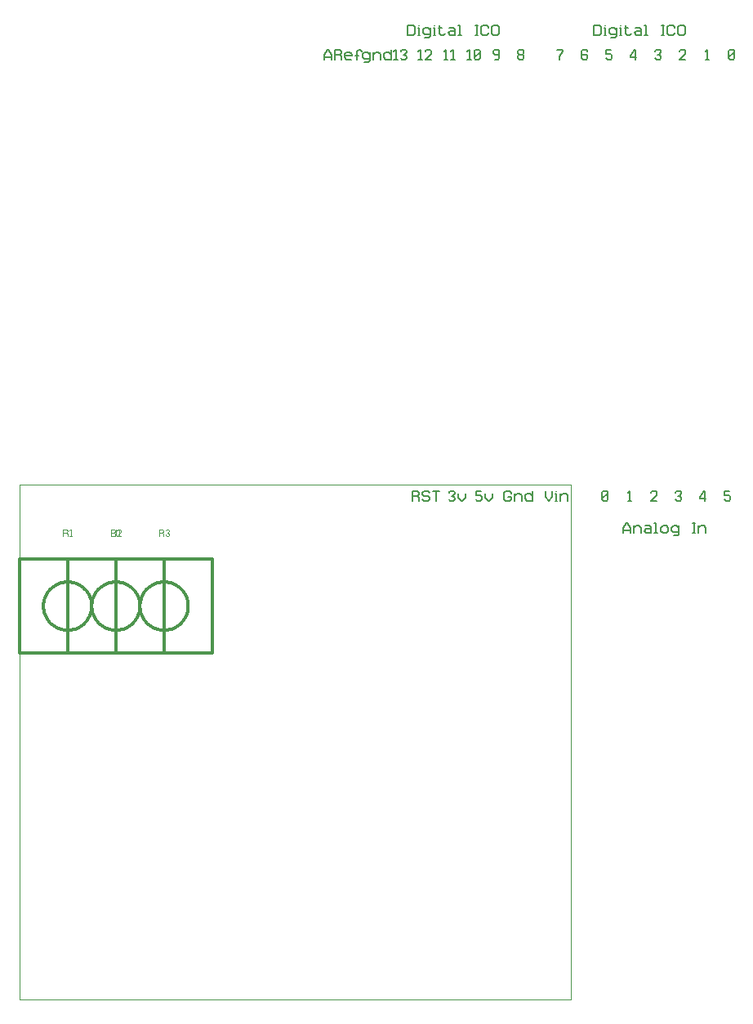
<source format=gto>
G75*
G71*
%OFA0B0*%
%FSLAX23Y23*%
%IPPOS*%
%LPD*%
%ADD10C,0.1*%
%ADD11C,0.111*%
%ADD12C,0.169*%
%ADD13C,0.3*%
%LPD*%D10*
X0Y0D02*
X0Y100D01*
X0Y200D01*
X0Y300D01*
X0Y400D01*
X0Y499D01*
X0Y599D01*
X0Y699D01*
X0Y799D01*
X0Y899D01*
X0Y999D01*
X0Y1099D01*
X0Y1199D01*
X0Y1299D01*
X0Y1398D01*
X0Y1498D01*
X0Y1598D01*
X0Y1698D01*
X0Y1798D01*
X0Y1898D01*
X0Y1998D01*
X0Y2098D01*
X0Y2198D01*
X0Y2297D01*
X0Y2397D01*
X0Y2497D01*
X0Y2597D01*
X0Y2697D01*
X0Y2797D01*
X0Y2897D01*
X0Y2997D01*
X0Y3097D01*
X0Y3196D01*
X0Y3296D01*
X0Y3396D01*
X0Y3496D01*
X0Y3596D01*
X0Y3696D01*
X0Y3796D01*
X0Y3896D01*
X0Y3995D01*
X0Y4095D01*
X0Y4195D01*
X0Y4295D01*
X0Y4395D01*
X0Y4495D01*
X0Y4595D01*
X0Y4695D01*
X0Y4795D01*
X0Y4894D01*
X0Y4994D01*
X0Y5094D01*
X0Y5194D01*
X0Y5294D01*
X0Y5394D01*
X0Y5494D01*
X0Y5594D01*
X0Y5694D01*
X0Y5793D01*
X0Y5893D01*
X0Y5993D01*
X0Y6093D01*
X0Y6193D01*
X0Y6293D01*
X0Y6393D01*
X0Y6493D01*
X0Y6593D01*
X0Y6692D01*
X0Y6792D01*
X0Y6892D01*
X0Y6992D01*
X0Y7092D01*
X0Y7192D01*
X0Y7292D01*
X0Y7392D01*
X0Y7492D01*
X0Y7591D01*
X0Y7691D01*
X0Y7791D01*
X0Y7891D01*
X0Y7991D01*
X0Y8091D01*
X0Y8191D01*
X0Y8291D01*
X0Y8391D01*
X0Y8490D01*
X0Y8590D01*
X0Y8690D01*
X0Y8790D01*
X0Y8890D01*
X0Y8990D01*
X0Y9090D01*
X0Y9190D01*
X0Y9290D01*
X0Y9389D01*
X0Y9489D01*
X0Y9589D01*
X0Y9689D01*
X0Y9789D01*
X0Y9889D01*
X0Y9989D01*
X0Y10089D01*
X0Y10188D01*
X0Y10288D01*
X0Y10388D01*
X0Y10488D01*
X0Y10588D01*
X0Y10688D01*
X0Y10788D01*
X0Y10888D01*
X0Y10988D01*
X0Y11087D01*
X0Y11187D01*
X0Y11287D01*
X0Y11387D01*
X0Y11487D01*
X0Y11587D01*
X0Y11687D01*
X0Y11787D01*
X0Y11887D01*
X0Y11986D01*
X0Y12086D01*
X0Y12186D01*
X0Y12286D01*
X0Y12386D01*
X0Y12486D01*
X0Y12586D01*
X0Y12686D01*
X0Y12786D01*
X0Y12885D01*
X0Y12985D01*
X0Y13085D01*
X0Y13185D01*
X0Y13285D01*
X0Y13385D01*
X0Y13485D01*
X0Y13585D01*
X0Y13685D01*
X0Y13784D01*
X0Y13884D01*
X0Y13984D01*
X0Y14084D01*
X0Y14184D01*
X0Y14284D01*
X0Y14384D01*
X0Y14484D01*
X0Y14584D01*
X0Y14683D01*
X0Y14783D01*
X0Y14883D01*
X0Y14983D01*
X0Y15083D01*
X0Y15183D01*
X0Y15283D01*
X0Y15383D01*
X0Y15483D01*
X0Y15582D01*
X0Y15682D01*
X0Y15782D01*
X0Y15882D01*
X0Y15982D01*
X0Y16082D01*
X0Y16182D01*
X0Y16282D01*
X0Y16381D01*
X0Y16481D01*
X0Y16581D01*
X0Y16681D01*
X0Y16781D01*
X0Y16881D01*
X0Y16981D01*
X0Y17081D01*
X0Y17181D01*
X0Y17280D01*
X0Y17380D01*
X0Y17480D01*
X0Y17580D01*
X0Y17680D01*
X0Y17780D01*
X0Y17880D01*
X0Y17980D01*
X0Y18080D01*
X0Y18179D01*
X0Y18279D01*
X0Y18379D01*
X0Y18479D01*
X0Y18579D01*
X0Y18679D01*
X0Y18779D01*
X0Y18879D01*
X0Y18979D01*
X0Y19078D01*
X0Y19178D01*
X0Y19278D01*
X0Y19378D01*
X0Y19478D01*
X0Y19578D01*
X0Y19678D01*
X0Y19778D01*
X0Y19878D01*
X0Y19977D01*
X0Y20077D01*
X0Y20177D01*
X0Y20277D01*
X0Y20377D01*
X0Y20477D01*
X0Y20577D01*
X0Y20677D01*
X0Y20777D01*
X0Y20876D01*
X0Y20976D01*
X0Y21076D01*
X0Y21176D01*
X0Y21276D01*
X0Y21376D01*
X0Y21476D01*
X0Y21576D01*
X0Y21676D01*
X0Y21775D01*
X0Y21875D01*
X0Y21975D01*
X0Y22075D01*
X0Y22175D01*
X0Y22275D01*
X0Y22375D01*
X0Y22475D01*
X0Y22575D01*
X0Y22674D01*
X0Y22774D01*
X0Y22874D01*
X0Y22974D01*
X0Y23074D01*
X0Y23174D01*
X0Y23274D01*
X0Y23374D01*
X0Y23473D01*
X0Y23573D01*
X0Y23673D01*
X0Y23773D01*
X0Y23873D01*
X0Y23973D01*
X0Y24073D01*
X0Y24173D01*
X0Y24273D01*
X0Y24372D01*
X0Y24472D01*
X0Y24572D01*
X0Y24672D01*
X0Y24772D01*
X0Y24872D01*
X0Y24972D01*
X0Y25072D01*
X0Y25172D01*
X0Y25271D01*
X0Y25371D01*
X0Y25471D01*
X0Y25571D01*
X0Y25671D01*
X0Y25771D01*
X0Y25871D01*
X0Y25971D01*
X0Y26071D01*
X0Y26170D01*
X0Y26270D01*
X0Y26370D01*
X0Y26470D01*
X0Y26570D01*
X0Y26670D01*
X0Y26770D01*
X0Y26870D01*
X0Y26970D01*
X0Y27069D01*
X0Y27169D01*
X0Y27269D01*
X0Y27369D01*
X0Y27469D01*
X0Y27569D01*
X0Y27669D01*
X0Y27769D01*
X0Y27869D01*
X0Y27968D01*
X0Y28068D01*
X0Y28168D01*
X0Y28268D01*
X0Y28368D01*
X0Y28468D01*
X0Y28568D01*
X0Y28668D01*
X0Y28768D01*
X0Y28867D01*
X0Y28967D01*
X0Y29067D01*
X0Y29167D01*
X0Y29267D01*
X0Y29367D01*
X0Y29467D01*
X0Y29567D01*
X0Y29667D01*
X0Y29766D01*
X0Y29866D01*
X0Y29966D01*
X0Y30066D01*
X0Y30166D01*
X0Y30266D01*
X0Y30366D01*
X0Y30466D01*
X0Y30565D01*
X0Y30665D01*
X0Y30765D01*
X0Y30865D01*
X0Y30965D01*
X0Y31065D01*
X0Y31165D01*
X0Y31265D01*
X0Y31365D01*
X0Y31464D01*
X0Y31564D01*
X0Y31664D01*
X0Y31764D01*
X0Y31864D01*
X0Y31964D01*
X0Y32064D01*
X0Y32164D01*
X0Y32264D01*
X0Y32363D01*
X0Y32463D01*
X0Y32563D01*
X0Y32663D01*
X0Y32763D01*
X0Y32863D01*
X0Y32963D01*
X0Y33063D01*
X0Y33163D01*
X0Y33262D01*
X0Y33362D01*
X0Y33462D01*
X0Y33562D01*
X0Y33662D01*
X0Y33762D01*
X0Y33862D01*
X0Y33962D01*
X0Y34062D01*
X0Y34161D01*
X0Y34261D01*
X0Y34361D01*
X0Y34461D01*
X0Y34561D01*
X0Y34661D01*
X0Y34761D01*
X0Y34861D01*
X0Y34961D01*
X0Y35060D01*
X0Y35160D01*
X0Y35260D01*
X0Y35360D01*
X0Y35460D01*
X0Y35560D01*
X0Y35660D01*
X0Y35760D01*
X0Y35860D01*
X0Y35959D01*
X0Y36059D01*
X0Y36159D01*
X0Y36259D01*
X0Y36359D01*
X0Y36459D01*
X0Y36559D01*
X0Y36659D01*
X0Y36759D01*
X0Y36858D01*
X0Y36958D01*
X0Y37058D01*
X0Y37158D01*
X0Y37258D01*
X0Y37358D01*
X0Y37458D01*
X0Y37558D01*
X0Y37658D01*
X0Y37757D01*
X0Y37857D01*
X0Y37957D01*
X0Y38057D01*
X0Y38157D01*
X0Y38257D01*
X0Y38357D01*
X0Y38457D01*
X0Y38556D01*
X0Y38656D01*
X0Y38756D01*
X0Y38856D01*
X0Y38956D01*
X0Y39056D01*
X0Y39156D01*
X0Y39256D01*
X0Y39356D01*
X0Y39455D01*
X0Y39555D01*
X0Y39655D01*
X0Y39755D01*
X0Y39855D01*
X0Y39955D01*
X0Y40055D01*
X0Y40155D01*
X0Y40255D01*
X0Y40354D01*
X0Y40454D01*
X0Y40554D01*
X0Y40654D01*
X0Y40754D01*
X0Y40854D01*
X0Y40954D01*
X0Y41054D01*
X0Y41154D01*
X0Y41253D01*
X0Y41353D01*
X0Y41453D01*
X0Y41553D01*
X0Y41653D01*
X0Y41753D01*
X0Y41853D01*
X0Y41953D01*
X0Y42053D01*
X0Y42152D01*
X0Y42252D01*
X0Y42352D01*
X0Y42452D01*
X0Y42552D01*
X0Y42652D01*
X0Y42752D01*
X0Y42852D01*
X0Y42952D01*
X0Y43051D01*
X0Y43151D01*
X0Y43251D01*
X0Y43351D01*
X0Y43451D01*
X0Y43551D01*
X0Y43651D01*
X0Y43751D01*
X0Y43851D01*
X0Y43950D01*
X0Y44050D01*
X0Y44150D01*
X0Y44250D01*
X0Y44350D01*
X0Y44450D01*
X0Y44550D01*
X0Y44650D01*
X0Y44750D01*
X0Y44849D01*
X0Y44949D01*
X0Y45049D01*
X0Y45149D01*
X0Y45249D01*
X0Y45349D01*
X0Y45449D01*
X0Y45549D01*
X0Y45649D01*
X0Y45748D01*
X0Y45848D01*
X0Y45948D01*
X0Y46048D01*
X0Y46148D01*
X0Y46248D01*
X0Y46348D01*
X0Y46448D01*
X0Y46548D01*
X0Y46647D01*
X0Y46747D01*
X0Y46847D01*
X0Y46947D01*
X0Y47047D01*
X0Y47147D01*
X0Y47247D01*
X0Y47347D01*
X0Y47447D01*
X0Y47546D01*
X0Y47646D01*
X0Y47746D01*
X0Y47846D01*
X0Y47946D01*
X0Y48046D01*
X0Y48146D01*
X0Y48246D01*
X0Y48346D01*
X0Y48445D01*
X0Y48545D01*
X0Y48645D01*
X0Y48745D01*
X0Y48845D01*
X0Y48945D01*
X0Y49045D01*
X0Y49145D01*
X0Y49244D01*
X0Y49344D01*
X0Y49444D01*
X0Y49544D01*
X0Y49644D01*
X0Y49744D01*
X0Y49844D01*
X0Y49944D01*
X0Y50044D01*
X0Y50143D01*
X0Y50243D01*
X0Y50343D01*
X0Y50443D01*
X0Y50543D01*
X0Y50643D01*
X0Y50743D01*
X0Y50843D01*
X0Y50943D01*
X0Y51043D01*
X0Y51142D01*
X0Y51242D01*
X0Y51342D01*
X0Y51442D01*
X0Y51542D01*
X0Y51642D01*
X0Y51742D01*
X0Y51842D01*
X0Y51942D01*
X0Y52041D01*
X0Y52141D01*
X0Y52241D01*
X0Y52341D01*
X0Y52441D01*
X0Y52541D01*
X0Y52641D01*
X0Y52741D01*
X0Y52841D01*
X0Y52940D01*
X0Y53040D01*
X0Y53140D01*
X0Y53240D01*
X0Y53340D01*
X100Y53340D01*
X200Y53340D01*
X300Y53340D01*
X400Y53340D01*
X500Y53340D01*
X599Y53340D01*
X699Y53340D01*
X799Y53340D01*
X899Y53340D01*
X999Y53340D01*
X1099Y53340D01*
X1199Y53340D01*
X1299Y53340D01*
X1399Y53340D01*
X1499Y53340D01*
X1599Y53340D01*
X1699Y53340D01*
X1798Y53340D01*
X1898Y53340D01*
X1998Y53340D01*
X2098Y53340D01*
X2198Y53340D01*
X2298Y53340D01*
X2398Y53340D01*
X2498Y53340D01*
X2598Y53340D01*
X2698Y53340D01*
X2798Y53340D01*
X2897Y53340D01*
X2997Y53340D01*
X3097Y53340D01*
X3197Y53340D01*
X3297Y53340D01*
X3397Y53340D01*
X3497Y53340D01*
X3597Y53340D01*
X3697Y53340D01*
X3797Y53340D01*
X3897Y53340D01*
X3996Y53340D01*
X4096Y53340D01*
X4196Y53340D01*
X4296Y53340D01*
X4396Y53340D01*
X4496Y53340D01*
X4596Y53340D01*
X4696Y53340D01*
X4796Y53340D01*
X4896Y53340D01*
X4996Y53340D01*
X5096Y53340D01*
X5195Y53340D01*
X5295Y53340D01*
X5395Y53340D01*
X5495Y53340D01*
X5595Y53340D01*
X5695Y53340D01*
X5795Y53340D01*
X5895Y53340D01*
X5995Y53340D01*
X6095Y53340D01*
X6195Y53340D01*
X6294Y53340D01*
X6394Y53340D01*
X6494Y53340D01*
X6594Y53340D01*
X6694Y53340D01*
X6794Y53340D01*
X6894Y53340D01*
X6994Y53340D01*
X7094Y53340D01*
X7194Y53340D01*
X7294Y53340D01*
X7393Y53340D01*
X7493Y53340D01*
X7593Y53340D01*
X7693Y53340D01*
X7793Y53340D01*
X7893Y53340D01*
X7993Y53340D01*
X8093Y53340D01*
X8193Y53340D01*
X8293Y53340D01*
X8393Y53340D01*
X8493Y53340D01*
X8592Y53340D01*
X8692Y53340D01*
X8792Y53340D01*
X8892Y53340D01*
X8992Y53340D01*
X9092Y53340D01*
X9192Y53340D01*
X9292Y53340D01*
X9392Y53340D01*
X9492Y53340D01*
X9592Y53340D01*
X9691Y53340D01*
X9791Y53340D01*
X9891Y53340D01*
X9991Y53340D01*
X10091Y53340D01*
X10191Y53340D01*
X10291Y53340D01*
X10391Y53340D01*
X10491Y53340D01*
X10591Y53340D01*
X10691Y53340D01*
X10791Y53340D01*
X10890Y53340D01*
X10990Y53340D01*
X11090Y53340D01*
X11190Y53340D01*
X11290Y53340D01*
X11390Y53340D01*
X11490Y53340D01*
X11590Y53340D01*
X11690Y53340D01*
X11790Y53340D01*
X11890Y53340D01*
X11989Y53340D01*
X12089Y53340D01*
X12189Y53340D01*
X12289Y53340D01*
X12389Y53340D01*
X12489Y53340D01*
X12589Y53340D01*
X12689Y53340D01*
X12789Y53340D01*
X12889Y53340D01*
X12989Y53340D01*
X13088Y53340D01*
X13188Y53340D01*
X13288Y53340D01*
X13388Y53340D01*
X13488Y53340D01*
X13588Y53340D01*
X13688Y53340D01*
X13788Y53340D01*
X13888Y53340D01*
X13988Y53340D01*
X14088Y53340D01*
X14188Y53340D01*
X14287Y53340D01*
X14387Y53340D01*
X14487Y53340D01*
X14587Y53340D01*
X14687Y53340D01*
X14787Y53340D01*
X14887Y53340D01*
X14987Y53340D01*
X15087Y53340D01*
X15187Y53340D01*
X15287Y53340D01*
X15386Y53340D01*
X15486Y53340D01*
X15586Y53340D01*
X15686Y53340D01*
X15786Y53340D01*
X15886Y53340D01*
X15986Y53340D01*
X16086Y53340D01*
X16186Y53340D01*
X16286Y53340D01*
X16386Y53340D01*
X16485Y53340D01*
X16585Y53340D01*
X16685Y53340D01*
X16785Y53340D01*
X16885Y53340D01*
X16985Y53340D01*
X17085Y53340D01*
X17185Y53340D01*
X17285Y53340D01*
X17385Y53340D01*
X17485Y53340D01*
X17585Y53340D01*
X17684Y53340D01*
X17784Y53340D01*
X17884Y53340D01*
X17984Y53340D01*
X18084Y53340D01*
X18184Y53340D01*
X18284Y53340D01*
X18384Y53340D01*
X18484Y53340D01*
X18584Y53340D01*
X18684Y53340D01*
X18783Y53340D01*
X18883Y53340D01*
X18983Y53340D01*
X19083Y53340D01*
X19183Y53340D01*
X19283Y53340D01*
X19383Y53340D01*
X19483Y53340D01*
X19583Y53340D01*
X19683Y53340D01*
X19783Y53340D01*
X19883Y53340D01*
X19982Y53340D01*
X20082Y53340D01*
X20182Y53340D01*
X20282Y53340D01*
X20382Y53340D01*
X20482Y53340D01*
X20582Y53340D01*
X20682Y53340D01*
X20782Y53340D01*
X20882Y53340D01*
X20982Y53340D01*
X21081Y53340D01*
X21181Y53340D01*
X21281Y53340D01*
X21381Y53340D01*
X21481Y53340D01*
X21581Y53340D01*
X21681Y53340D01*
X21781Y53340D01*
X21881Y53340D01*
X21981Y53340D01*
X22081Y53340D01*
X22180Y53340D01*
X22280Y53340D01*
X22380Y53340D01*
X22480Y53340D01*
X22580Y53340D01*
X22680Y53340D01*
X22780Y53340D01*
X22880Y53340D01*
X22980Y53340D01*
X23080Y53340D01*
X23180Y53340D01*
X23280Y53340D01*
X23379Y53340D01*
X23479Y53340D01*
X23579Y53340D01*
X23679Y53340D01*
X23779Y53340D01*
X23879Y53340D01*
X23979Y53340D01*
X24079Y53340D01*
X24179Y53340D01*
X24279Y53340D01*
X24379Y53340D01*
X24478Y53340D01*
X24578Y53340D01*
X24678Y53340D01*
X24778Y53340D01*
X24878Y53340D01*
X24978Y53340D01*
X25078Y53340D01*
X25178Y53340D01*
X25278Y53340D01*
X25378Y53340D01*
X25478Y53340D01*
X25578Y53340D01*
X25677Y53340D01*
X25777Y53340D01*
X25877Y53340D01*
X25977Y53340D01*
X26077Y53340D01*
X26177Y53340D01*
X26277Y53340D01*
X26377Y53340D01*
X26477Y53340D01*
X26577Y53340D01*
X26677Y53340D01*
X26776Y53340D01*
X26876Y53340D01*
X26976Y53340D01*
X27076Y53340D01*
X27176Y53340D01*
X27276Y53340D01*
X27376Y53340D01*
X27476Y53340D01*
X27576Y53340D01*
X27676Y53340D01*
X27776Y53340D01*
X27875Y53340D01*
X27975Y53340D01*
X28075Y53340D01*
X28175Y53340D01*
X28275Y53340D01*
X28375Y53340D01*
X28475Y53340D01*
X28575Y53340D01*
X28675Y53340D01*
X28775Y53340D01*
X28875Y53340D01*
X28975Y53340D01*
X29074Y53340D01*
X29174Y53340D01*
X29274Y53340D01*
X29374Y53340D01*
X29474Y53340D01*
X29574Y53340D01*
X29674Y53340D01*
X29774Y53340D01*
X29874Y53340D01*
X29974Y53340D01*
X30074Y53340D01*
X30173Y53340D01*
X30273Y53340D01*
X30373Y53340D01*
X30473Y53340D01*
X30573Y53340D01*
X30673Y53340D01*
X30773Y53340D01*
X30873Y53340D01*
X30973Y53340D01*
X31073Y53340D01*
X31173Y53340D01*
X31273Y53340D01*
X31372Y53340D01*
X31472Y53340D01*
X31572Y53340D01*
X31672Y53340D01*
X31772Y53340D01*
X31872Y53340D01*
X31972Y53340D01*
X32072Y53340D01*
X32172Y53340D01*
X32272Y53340D01*
X32372Y53340D01*
X32471Y53340D01*
X32571Y53340D01*
X32671Y53340D01*
X32771Y53340D01*
X32871Y53340D01*
X32971Y53340D01*
X33071Y53340D01*
X33171Y53340D01*
X33271Y53340D01*
X33371Y53340D01*
X33471Y53340D01*
X33571Y53340D01*
X33670Y53340D01*
X33770Y53340D01*
X33870Y53340D01*
X33970Y53340D01*
X34070Y53340D01*
X34170Y53340D01*
X34270Y53340D01*
X34370Y53340D01*
X34470Y53340D01*
X34570Y53340D01*
X34670Y53340D01*
X34769Y53340D01*
X34869Y53340D01*
X34969Y53340D01*
X35069Y53340D01*
X35169Y53340D01*
X35269Y53340D01*
X35369Y53340D01*
X35469Y53340D01*
X35569Y53340D01*
X35669Y53340D01*
X35769Y53340D01*
X35868Y53340D01*
X35968Y53340D01*
X36068Y53340D01*
X36168Y53340D01*
X36268Y53340D01*
X36368Y53340D01*
X36468Y53340D01*
X36568Y53340D01*
X36668Y53340D01*
X36768Y53340D01*
X36868Y53340D01*
X36968Y53340D01*
X37067Y53340D01*
X37167Y53340D01*
X37267Y53340D01*
X37367Y53340D01*
X37467Y53340D01*
X37567Y53340D01*
X37667Y53340D01*
X37767Y53340D01*
X37867Y53340D01*
X37967Y53340D01*
X38067Y53340D01*
X38166Y53340D01*
X38266Y53340D01*
X38366Y53340D01*
X38466Y53340D01*
X38566Y53340D01*
X38666Y53340D01*
X38766Y53340D01*
X38866Y53340D01*
X38966Y53340D01*
X39066Y53340D01*
X39166Y53340D01*
X39265Y53340D01*
X39365Y53340D01*
X39465Y53340D01*
X39565Y53340D01*
X39665Y53340D01*
X39765Y53340D01*
X39865Y53340D01*
X39965Y53340D01*
X40065Y53340D01*
X40165Y53340D01*
X40265Y53340D01*
X40365Y53340D01*
X40464Y53340D01*
X40564Y53340D01*
X40664Y53340D01*
X40764Y53340D01*
X40864Y53340D01*
X40964Y53340D01*
X41064Y53340D01*
X41164Y53340D01*
X41264Y53340D01*
X41364Y53340D01*
X41464Y53340D01*
X41563Y53340D01*
X41663Y53340D01*
X41763Y53340D01*
X41863Y53340D01*
X41963Y53340D01*
X42063Y53340D01*
X42163Y53340D01*
X42263Y53340D01*
X42363Y53340D01*
X42463Y53340D01*
X42563Y53340D01*
X42663Y53340D01*
X42762Y53340D01*
X42862Y53340D01*
X42962Y53340D01*
X43062Y53340D01*
X43162Y53340D01*
X43262Y53340D01*
X43362Y53340D01*
X43462Y53340D01*
X43562Y53340D01*
X43662Y53340D01*
X43762Y53340D01*
X43861Y53340D01*
X43961Y53340D01*
X44061Y53340D01*
X44161Y53340D01*
X44261Y53340D01*
X44361Y53340D01*
X44461Y53340D01*
X44561Y53340D01*
X44661Y53340D01*
X44761Y53340D01*
X44861Y53340D01*
X44961Y53340D01*
X45060Y53340D01*
X45160Y53340D01*
X45260Y53340D01*
X45360Y53340D01*
X45460Y53340D01*
X45560Y53340D01*
X45660Y53340D01*
X45760Y53340D01*
X45860Y53340D01*
X45960Y53340D01*
X46060Y53340D01*
X46159Y53340D01*
X46259Y53340D01*
X46359Y53340D01*
X46459Y53340D01*
X46559Y53340D01*
X46659Y53340D01*
X46759Y53340D01*
X46859Y53340D01*
X46959Y53340D01*
X47059Y53340D01*
X47159Y53340D01*
X47259Y53340D01*
X47358Y53340D01*
X47458Y53340D01*
X47558Y53340D01*
X47658Y53340D01*
X47758Y53340D01*
X47858Y53340D01*
X47958Y53340D01*
X48058Y53340D01*
X48158Y53340D01*
X48258Y53340D01*
X48358Y53340D01*
X48457Y53340D01*
X48557Y53340D01*
X48657Y53340D01*
X48757Y53340D01*
X48857Y53340D01*
X48957Y53340D01*
X49057Y53340D01*
X49157Y53340D01*
X49257Y53340D01*
X49357Y53340D01*
X49457Y53340D01*
X49557Y53340D01*
X49656Y53340D01*
X49756Y53340D01*
X49856Y53340D01*
X49956Y53340D01*
X50056Y53340D01*
X50156Y53340D01*
X50256Y53340D01*
X50356Y53340D01*
X50456Y53340D01*
X50556Y53340D01*
X50656Y53340D01*
X50755Y53340D01*
X50855Y53340D01*
X50955Y53340D01*
X51055Y53340D01*
X51155Y53340D01*
X51255Y53340D01*
X51355Y53340D01*
X51455Y53340D01*
X51555Y53340D01*
X51655Y53340D01*
X51755Y53340D01*
X51855Y53340D01*
X51954Y53340D01*
X52054Y53340D01*
X52154Y53340D01*
X52254Y53340D01*
X52354Y53340D01*
X52454Y53340D01*
X52554Y53340D01*
X52654Y53340D01*
X52754Y53340D01*
X52854Y53340D01*
X52954Y53340D01*
X53053Y53340D01*
X53153Y53340D01*
X53253Y53340D01*
X53353Y53340D01*
X53453Y53340D01*
X53553Y53340D01*
X53653Y53340D01*
X53753Y53340D01*
X53853Y53340D01*
X53953Y53340D01*
X54053Y53340D01*
X54153Y53340D01*
X54252Y53340D01*
X54352Y53340D01*
X54452Y53340D01*
X54552Y53340D01*
X54652Y53340D01*
X54752Y53340D01*
X54852Y53340D01*
X54952Y53340D01*
X55052Y53340D01*
X55152Y53340D01*
X55252Y53340D01*
X55351Y53340D01*
X55451Y53340D01*
X55551Y53340D01*
X55651Y53340D01*
X55751Y53340D01*
X55851Y53340D01*
X55951Y53340D01*
X56051Y53340D01*
X56151Y53340D01*
X56251Y53340D01*
X56351Y53340D01*
X56451Y53340D01*
X56550Y53340D01*
X56650Y53340D01*
X56750Y53340D01*
X56850Y53340D01*
X56950Y53340D01*
X57050Y53340D01*
X57150Y53340D01*
X57150Y53240D01*
X57150Y53140D01*
X57150Y53040D01*
X57150Y52940D01*
X57150Y52841D01*
X57150Y52741D01*
X57150Y52641D01*
X57150Y52541D01*
X57150Y52441D01*
X57150Y52341D01*
X57150Y52241D01*
X57150Y52141D01*
X57150Y52041D01*
X57150Y51942D01*
X57150Y51842D01*
X57150Y51742D01*
X57150Y51642D01*
X57150Y51542D01*
X57150Y51442D01*
X57150Y51342D01*
X57150Y51242D01*
X57150Y51142D01*
X57150Y51043D01*
X57150Y50943D01*
X57150Y50843D01*
X57150Y50743D01*
X57150Y50643D01*
X57150Y50543D01*
X57150Y50443D01*
X57150Y50343D01*
X57150Y50243D01*
X57150Y50144D01*
X57150Y50044D01*
X57150Y49944D01*
X57150Y49844D01*
X57150Y49744D01*
X57150Y49644D01*
X57150Y49544D01*
X57150Y49444D01*
X57150Y49345D01*
X57150Y49245D01*
X57150Y49145D01*
X57150Y49045D01*
X57150Y48945D01*
X57150Y48845D01*
X57150Y48745D01*
X57150Y48645D01*
X57150Y48545D01*
X57150Y48446D01*
X57150Y48346D01*
X57150Y48246D01*
X57150Y48146D01*
X57150Y48046D01*
X57150Y47946D01*
X57150Y47846D01*
X57150Y47746D01*
X57150Y47646D01*
X57150Y47547D01*
X57150Y47447D01*
X57150Y47347D01*
X57150Y47247D01*
X57150Y47147D01*
X57150Y47047D01*
X57150Y46947D01*
X57150Y46847D01*
X57150Y46747D01*
X57150Y46648D01*
X57150Y46548D01*
X57150Y46448D01*
X57150Y46348D01*
X57150Y46248D01*
X57150Y46148D01*
X57150Y46048D01*
X57150Y45948D01*
X57150Y45848D01*
X57150Y45749D01*
X57150Y45649D01*
X57150Y45549D01*
X57150Y45449D01*
X57150Y45349D01*
X57150Y45249D01*
X57150Y45149D01*
X57150Y45049D01*
X57150Y44949D01*
X57150Y44850D01*
X57150Y44750D01*
X57150Y44650D01*
X57150Y44550D01*
X57150Y44450D01*
X57150Y44350D01*
X57150Y44250D01*
X57150Y44150D01*
X57150Y44050D01*
X57150Y43951D01*
X57150Y43851D01*
X57150Y43751D01*
X57150Y43651D01*
X57150Y43551D01*
X57150Y43451D01*
X57150Y43351D01*
X57150Y43251D01*
X57150Y43152D01*
X57150Y43052D01*
X57150Y42952D01*
X57150Y42852D01*
X57150Y42752D01*
X57150Y42652D01*
X57150Y42552D01*
X57150Y42452D01*
X57150Y42352D01*
X57150Y42253D01*
X57150Y42153D01*
X57150Y42053D01*
X57150Y41953D01*
X57150Y41853D01*
X57150Y41753D01*
X57150Y41653D01*
X57150Y41553D01*
X57150Y41453D01*
X57150Y41354D01*
X57150Y41254D01*
X57150Y41154D01*
X57150Y41054D01*
X57150Y40954D01*
X57150Y40854D01*
X57150Y40754D01*
X57150Y40654D01*
X57150Y40554D01*
X57150Y40455D01*
X57150Y40355D01*
X57150Y40255D01*
X57150Y40155D01*
X57150Y40055D01*
X57150Y39955D01*
X57150Y39855D01*
X57150Y39755D01*
X57150Y39655D01*
X57150Y39556D01*
X57150Y39456D01*
X57150Y39356D01*
X57150Y39256D01*
X57150Y39156D01*
X57150Y39056D01*
X57150Y38956D01*
X57150Y38856D01*
X57150Y38756D01*
X57150Y38657D01*
X57150Y38557D01*
X57150Y38457D01*
X57150Y38357D01*
X57150Y38257D01*
X57150Y38157D01*
X57150Y38057D01*
X57150Y37957D01*
X57150Y37857D01*
X57150Y37758D01*
X57150Y37658D01*
X57150Y37558D01*
X57150Y37458D01*
X57150Y37358D01*
X57150Y37258D01*
X57150Y37158D01*
X57150Y37058D01*
X57150Y36959D01*
X57150Y36859D01*
X57150Y36759D01*
X57150Y36659D01*
X57150Y36559D01*
X57150Y36459D01*
X57150Y36359D01*
X57150Y36259D01*
X57150Y36159D01*
X57150Y36060D01*
X57150Y35960D01*
X57150Y35860D01*
X57150Y35760D01*
X57150Y35660D01*
X57150Y35560D01*
X57150Y35460D01*
X57150Y35360D01*
X57150Y35260D01*
X57150Y35161D01*
X57150Y35061D01*
X57150Y34961D01*
X57150Y34861D01*
X57150Y34761D01*
X57150Y34661D01*
X57150Y34561D01*
X57150Y34461D01*
X57150Y34361D01*
X57150Y34262D01*
X57150Y34162D01*
X57150Y34062D01*
X57150Y33962D01*
X57150Y33862D01*
X57150Y33762D01*
X57150Y33662D01*
X57150Y33562D01*
X57150Y33462D01*
X57150Y33363D01*
X57150Y33263D01*
X57150Y33163D01*
X57150Y33063D01*
X57150Y32963D01*
X57150Y32863D01*
X57150Y32763D01*
X57150Y32663D01*
X57150Y32563D01*
X57150Y32464D01*
X57150Y32364D01*
X57150Y32264D01*
X57150Y32164D01*
X57150Y32064D01*
X57150Y31964D01*
X57150Y31864D01*
X57150Y31764D01*
X57150Y31664D01*
X57150Y31565D01*
X57150Y31465D01*
X57150Y31365D01*
X57150Y31265D01*
X57150Y31165D01*
X57150Y31065D01*
X57150Y30965D01*
X57150Y30865D01*
X57150Y30765D01*
X57150Y30666D01*
X57150Y30566D01*
X57150Y30466D01*
X57150Y30366D01*
X57150Y30266D01*
X57150Y30166D01*
X57150Y30066D01*
X57150Y29966D01*
X57150Y29867D01*
X57150Y29767D01*
X57150Y29667D01*
X57150Y29567D01*
X57150Y29467D01*
X57150Y29367D01*
X57150Y29267D01*
X57150Y29167D01*
X57150Y29067D01*
X57150Y28968D01*
X57150Y28868D01*
X57150Y28768D01*
X57150Y28668D01*
X57150Y28568D01*
X57150Y28468D01*
X57150Y28368D01*
X57150Y28268D01*
X57150Y28168D01*
X57150Y28069D01*
X57150Y27969D01*
X57150Y27869D01*
X57150Y27769D01*
X57150Y27669D01*
X57150Y27569D01*
X57150Y27469D01*
X57150Y27369D01*
X57150Y27269D01*
X57150Y27170D01*
X57150Y27070D01*
X57150Y26970D01*
X57150Y26870D01*
X57150Y26770D01*
X57150Y26670D01*
X57150Y26570D01*
X57150Y26470D01*
X57150Y26370D01*
X57150Y26271D01*
X57150Y26171D01*
X57150Y26071D01*
X57150Y25971D01*
X57150Y25871D01*
X57150Y25771D01*
X57150Y25671D01*
X57150Y25571D01*
X57150Y25471D01*
X57150Y25372D01*
X57150Y25272D01*
X57150Y25172D01*
X57150Y25072D01*
X57150Y24972D01*
X57150Y24872D01*
X57150Y24772D01*
X57150Y24672D01*
X57150Y24572D01*
X57150Y24473D01*
X57150Y24373D01*
X57150Y24273D01*
X57150Y24173D01*
X57150Y24073D01*
X57150Y23973D01*
X57150Y23873D01*
X57150Y23773D01*
X57150Y23673D01*
X57150Y23574D01*
X57150Y23474D01*
X57150Y23374D01*
X57150Y23274D01*
X57150Y23174D01*
X57150Y23074D01*
X57150Y22974D01*
X57150Y22874D01*
X57150Y22775D01*
X57150Y22675D01*
X57150Y22575D01*
X57150Y22475D01*
X57150Y22375D01*
X57150Y22275D01*
X57150Y22175D01*
X57150Y22075D01*
X57150Y21975D01*
X57150Y21876D01*
X57150Y21776D01*
X57150Y21676D01*
X57150Y21576D01*
X57150Y21476D01*
X57150Y21376D01*
X57150Y21276D01*
X57150Y21176D01*
X57150Y21076D01*
X57150Y20977D01*
X57150Y20877D01*
X57150Y20777D01*
X57150Y20677D01*
X57150Y20577D01*
X57150Y20477D01*
X57150Y20377D01*
X57150Y20277D01*
X57150Y20177D01*
X57150Y20078D01*
X57150Y19978D01*
X57150Y19878D01*
X57150Y19778D01*
X57150Y19678D01*
X57150Y19578D01*
X57150Y19478D01*
X57150Y19378D01*
X57150Y19278D01*
X57150Y19179D01*
X57150Y19079D01*
X57150Y18979D01*
X57150Y18879D01*
X57150Y18779D01*
X57150Y18679D01*
X57150Y18579D01*
X57150Y18479D01*
X57150Y18379D01*
X57150Y18280D01*
X57150Y18180D01*
X57150Y18080D01*
X57150Y17980D01*
X57150Y17880D01*
X57150Y17780D01*
X57150Y17680D01*
X57150Y17580D01*
X57150Y17480D01*
X57150Y17381D01*
X57150Y17281D01*
X57150Y17181D01*
X57150Y17081D01*
X57150Y16981D01*
X57150Y16881D01*
X57150Y16781D01*
X57150Y16681D01*
X57150Y16581D01*
X57150Y16482D01*
X57150Y16382D01*
X57150Y16282D01*
X57150Y16182D01*
X57150Y16082D01*
X57150Y15982D01*
X57150Y15882D01*
X57150Y15782D01*
X57150Y15682D01*
X57150Y15583D01*
X57150Y15483D01*
X57150Y15383D01*
X57150Y15283D01*
X57150Y15183D01*
X57150Y15083D01*
X57150Y14983D01*
X57150Y14883D01*
X57150Y14784D01*
X57150Y14684D01*
X57150Y14584D01*
X57150Y14484D01*
X57150Y14384D01*
X57150Y14284D01*
X57150Y14184D01*
X57150Y14084D01*
X57150Y13984D01*
X57150Y13885D01*
X57150Y13785D01*
X57150Y13685D01*
X57150Y13585D01*
X57150Y13485D01*
X57150Y13385D01*
X57150Y13285D01*
X57150Y13185D01*
X57150Y13085D01*
X57150Y12986D01*
X57150Y12886D01*
X57150Y12786D01*
X57150Y12686D01*
X57150Y12586D01*
X57150Y12486D01*
X57150Y12386D01*
X57150Y12286D01*
X57150Y12186D01*
X57150Y12087D01*
X57150Y11987D01*
X57150Y11887D01*
X57150Y11787D01*
X57150Y11687D01*
X57150Y11587D01*
X57150Y11487D01*
X57150Y11387D01*
X57150Y11287D01*
X57150Y11188D01*
X57150Y11088D01*
X57150Y10988D01*
X57150Y10888D01*
X57150Y10788D01*
X57150Y10688D01*
X57150Y10588D01*
X57150Y10488D01*
X57150Y10388D01*
X57150Y10289D01*
X57150Y10189D01*
X57150Y10089D01*
X57150Y9989D01*
X57150Y9889D01*
X57150Y9789D01*
X57150Y9689D01*
X57150Y9589D01*
X57150Y9489D01*
X57150Y9390D01*
X57150Y9290D01*
X57150Y9190D01*
X57150Y9090D01*
X57150Y8990D01*
X57150Y8890D01*
X57150Y8790D01*
X57150Y8690D01*
X57150Y8590D01*
X57150Y8491D01*
X57150Y8391D01*
X57150Y8291D01*
X57150Y8191D01*
X57150Y8091D01*
X57150Y7991D01*
X57150Y7891D01*
X57150Y7791D01*
X57150Y7691D01*
X57150Y7592D01*
X57150Y7492D01*
X57150Y7392D01*
X57150Y7292D01*
X57150Y7192D01*
X57150Y7092D01*
X57150Y6992D01*
X57150Y6892D01*
X57150Y6792D01*
X57150Y6693D01*
X57150Y6593D01*
X57150Y6493D01*
X57150Y6393D01*
X57150Y6293D01*
X57150Y6193D01*
X57150Y6093D01*
X57150Y5993D01*
X57150Y5893D01*
X57150Y5794D01*
X57150Y5694D01*
X57150Y5594D01*
X57150Y5494D01*
X57150Y5394D01*
X57150Y5294D01*
X57150Y5194D01*
X57150Y5094D01*
X57150Y4994D01*
X57150Y4895D01*
X57150Y4795D01*
X57150Y4695D01*
X57150Y4595D01*
X57150Y4495D01*
X57150Y4395D01*
X57150Y4295D01*
X57150Y4195D01*
X57150Y4096D01*
X57150Y3996D01*
X57150Y3896D01*
X57150Y3796D01*
X57150Y3696D01*
X57150Y3596D01*
X57150Y3496D01*
X57150Y3396D01*
X57150Y3296D01*
X57150Y3197D01*
X57150Y3097D01*
X57150Y2997D01*
X57150Y2897D01*
X57150Y2797D01*
X57150Y2697D01*
X57150Y2597D01*
X57150Y2497D01*
X57150Y2397D01*
X57150Y2297D01*
X57150Y2198D01*
X57150Y2098D01*
X57150Y1998D01*
X57150Y1898D01*
X57150Y1798D01*
X57150Y1698D01*
X57150Y1598D01*
X57150Y1498D01*
X57150Y1398D01*
X57150Y1299D01*
X57150Y1199D01*
X57150Y1099D01*
X57150Y999D01*
X57150Y899D01*
X57150Y799D01*
X57150Y699D01*
X57150Y599D01*
X57150Y499D01*
X57150Y400D01*
X57150Y300D01*
X57150Y200D01*
X57150Y100D01*
X57150Y0D01*
X57050Y0D01*
X56950Y0D01*
X56850Y0D01*
X56750Y0D01*
X56650Y0D01*
X56551Y0D01*
X56451Y0D01*
X56351Y0D01*
X56251Y0D01*
X56151Y0D01*
X56051Y0D01*
X55951Y0D01*
X55851Y0D01*
X55751Y0D01*
X55651Y0D01*
X55551Y0D01*
X55451Y0D01*
X55352Y0D01*
X55252Y0D01*
X55152Y0D01*
X55052Y0D01*
X54952Y0D01*
X54852Y0D01*
X54752Y0D01*
X54652Y0D01*
X54552Y0D01*
X54452Y0D01*
X54352Y0D01*
X54253Y0D01*
X54153Y0D01*
X54053Y0D01*
X53953Y0D01*
X53853Y0D01*
X53753Y0D01*
X53653Y0D01*
X53553Y0D01*
X53453Y0D01*
X53353Y0D01*
X53253Y0D01*
X53154Y0D01*
X53054Y0D01*
X52954Y0D01*
X52854Y0D01*
X52754Y0D01*
X52654Y0D01*
X52554Y0D01*
X52454Y0D01*
X52354Y0D01*
X52254Y0D01*
X52154Y0D01*
X52054Y0D01*
X51955Y0D01*
X51855Y0D01*
X51755Y0D01*
X51655Y0D01*
X51555Y0D01*
X51455Y0D01*
X51355Y0D01*
X51255Y0D01*
X51155Y0D01*
X51055Y0D01*
X50955Y0D01*
X50856Y0D01*
X50756Y0D01*
X50656Y0D01*
X50556Y0D01*
X50456Y0D01*
X50356Y0D01*
X50256Y0D01*
X50156Y0D01*
X50056Y0D01*
X49956Y0D01*
X49856Y0D01*
X49757Y0D01*
X49657Y0D01*
X49557Y0D01*
X49457Y0D01*
X49357Y0D01*
X49257Y0D01*
X49157Y0D01*
X49057Y0D01*
X48957Y0D01*
X48857Y0D01*
X48757Y0D01*
X48657Y0D01*
X48558Y0D01*
X48458Y0D01*
X48358Y0D01*
X48258Y0D01*
X48158Y0D01*
X48058Y0D01*
X47958Y0D01*
X47858Y0D01*
X47758Y0D01*
X47658Y0D01*
X47558Y0D01*
X47459Y0D01*
X47359Y0D01*
X47259Y0D01*
X47159Y0D01*
X47059Y0D01*
X46959Y0D01*
X46859Y0D01*
X46759Y0D01*
X46659Y0D01*
X46559Y0D01*
X46459Y0D01*
X46359Y0D01*
X46260Y0D01*
X46160Y0D01*
X46060Y0D01*
X45960Y0D01*
X45860Y0D01*
X45760Y0D01*
X45660Y0D01*
X45560Y0D01*
X45460Y0D01*
X45360Y0D01*
X45260Y0D01*
X45161Y0D01*
X45061Y0D01*
X44961Y0D01*
X44861Y0D01*
X44761Y0D01*
X44661Y0D01*
X44561Y0D01*
X44461Y0D01*
X44361Y0D01*
X44261Y0D01*
X44161Y0D01*
X44062Y0D01*
X43962Y0D01*
X43862Y0D01*
X43762Y0D01*
X43662Y0D01*
X43562Y0D01*
X43462Y0D01*
X43362Y0D01*
X43262Y0D01*
X43162Y0D01*
X43062Y0D01*
X42962Y0D01*
X42863Y0D01*
X42763Y0D01*
X42663Y0D01*
X42563Y0D01*
X42463Y0D01*
X42363Y0D01*
X42263Y0D01*
X42163Y0D01*
X42063Y0D01*
X41963Y0D01*
X41863Y0D01*
X41764Y0D01*
X41664Y0D01*
X41564Y0D01*
X41464Y0D01*
X41364Y0D01*
X41264Y0D01*
X41164Y0D01*
X41064Y0D01*
X40964Y0D01*
X40864Y0D01*
X40764Y0D01*
X40665Y0D01*
X40565Y0D01*
X40465Y0D01*
X40365Y0D01*
X40265Y0D01*
X40165Y0D01*
X40065Y0D01*
X39965Y0D01*
X39865Y0D01*
X39765Y0D01*
X39665Y0D01*
X39565Y0D01*
X39466Y0D01*
X39366Y0D01*
X39266Y0D01*
X39166Y0D01*
X39066Y0D01*
X38966Y0D01*
X38866Y0D01*
X38766Y0D01*
X38666Y0D01*
X38566Y0D01*
X38466Y0D01*
X38367Y0D01*
X38267Y0D01*
X38167Y0D01*
X38067Y0D01*
X37967Y0D01*
X37867Y0D01*
X37767Y0D01*
X37667Y0D01*
X37567Y0D01*
X37467Y0D01*
X37367Y0D01*
X37267Y0D01*
X37168Y0D01*
X37068Y0D01*
X36968Y0D01*
X36868Y0D01*
X36768Y0D01*
X36668Y0D01*
X36568Y0D01*
X36468Y0D01*
X36368Y0D01*
X36268Y0D01*
X36168Y0D01*
X36069Y0D01*
X35969Y0D01*
X35869Y0D01*
X35769Y0D01*
X35669Y0D01*
X35569Y0D01*
X35469Y0D01*
X35369Y0D01*
X35269Y0D01*
X35169Y0D01*
X35069Y0D01*
X34970Y0D01*
X34870Y0D01*
X34770Y0D01*
X34670Y0D01*
X34570Y0D01*
X34470Y0D01*
X34370Y0D01*
X34270Y0D01*
X34170Y0D01*
X34070Y0D01*
X33970Y0D01*
X33870Y0D01*
X33771Y0D01*
X33671Y0D01*
X33571Y0D01*
X33471Y0D01*
X33371Y0D01*
X33271Y0D01*
X33171Y0D01*
X33071Y0D01*
X32971Y0D01*
X32871Y0D01*
X32771Y0D01*
X32672Y0D01*
X32572Y0D01*
X32472Y0D01*
X32372Y0D01*
X32272Y0D01*
X32172Y0D01*
X32072Y0D01*
X31972Y0D01*
X31872Y0D01*
X31772Y0D01*
X31672Y0D01*
X31572Y0D01*
X31473Y0D01*
X31373Y0D01*
X31273Y0D01*
X31173Y0D01*
X31073Y0D01*
X30973Y0D01*
X30873Y0D01*
X30773Y0D01*
X30673Y0D01*
X30573Y0D01*
X30473Y0D01*
X30374Y0D01*
X30274Y0D01*
X30174Y0D01*
X30074Y0D01*
X29974Y0D01*
X29874Y0D01*
X29774Y0D01*
X29674Y0D01*
X29574Y0D01*
X29474Y0D01*
X29374Y0D01*
X29275Y0D01*
X29175Y0D01*
X29075Y0D01*
X28975Y0D01*
X28875Y0D01*
X28775Y0D01*
X28675Y0D01*
X28575Y0D01*
X28475Y0D01*
X28375Y0D01*
X28275Y0D01*
X28175Y0D01*
X28076Y0D01*
X27976Y0D01*
X27876Y0D01*
X27776Y0D01*
X27676Y0D01*
X27576Y0D01*
X27476Y0D01*
X27376Y0D01*
X27276Y0D01*
X27176Y0D01*
X27076Y0D01*
X26977Y0D01*
X26877Y0D01*
X26777Y0D01*
X26677Y0D01*
X26577Y0D01*
X26477Y0D01*
X26377Y0D01*
X26277Y0D01*
X26177Y0D01*
X26077Y0D01*
X25977Y0D01*
X25877Y0D01*
X25778Y0D01*
X25678Y0D01*
X25578Y0D01*
X25478Y0D01*
X25378Y0D01*
X25278Y0D01*
X25178Y0D01*
X25078Y0D01*
X24978Y0D01*
X24878Y0D01*
X24778Y0D01*
X24679Y0D01*
X24579Y0D01*
X24479Y0D01*
X24379Y0D01*
X24279Y0D01*
X24179Y0D01*
X24079Y0D01*
X23979Y0D01*
X23879Y0D01*
X23779Y0D01*
X23679Y0D01*
X23579Y0D01*
X23480Y0D01*
X23380Y0D01*
X23280Y0D01*
X23180Y0D01*
X23080Y0D01*
X22980Y0D01*
X22880Y0D01*
X22780Y0D01*
X22680Y0D01*
X22580Y0D01*
X22480Y0D01*
X22381Y0D01*
X22281Y0D01*
X22181Y0D01*
X22081Y0D01*
X21981Y0D01*
X21881Y0D01*
X21781Y0D01*
X21681Y0D01*
X21581Y0D01*
X21481Y0D01*
X21381Y0D01*
X21282Y0D01*
X21182Y0D01*
X21082Y0D01*
X20982Y0D01*
X20882Y0D01*
X20782Y0D01*
X20682Y0D01*
X20582Y0D01*
X20482Y0D01*
X20382Y0D01*
X20282Y0D01*
X20182Y0D01*
X20083Y0D01*
X19983Y0D01*
X19883Y0D01*
X19783Y0D01*
X19683Y0D01*
X19583Y0D01*
X19483Y0D01*
X19383Y0D01*
X19283Y0D01*
X19183Y0D01*
X19083Y0D01*
X18984Y0D01*
X18884Y0D01*
X18784Y0D01*
X18684Y0D01*
X18584Y0D01*
X18484Y0D01*
X18384Y0D01*
X18284Y0D01*
X18184Y0D01*
X18084Y0D01*
X17984Y0D01*
X17885Y0D01*
X17785Y0D01*
X17685Y0D01*
X17585Y0D01*
X17485Y0D01*
X17385Y0D01*
X17285Y0D01*
X17185Y0D01*
X17085Y0D01*
X16985Y0D01*
X16885Y0D01*
X16785Y0D01*
X16686Y0D01*
X16586Y0D01*
X16486Y0D01*
X16386Y0D01*
X16286Y0D01*
X16186Y0D01*
X16086Y0D01*
X15986Y0D01*
X15886Y0D01*
X15786Y0D01*
X15686Y0D01*
X15587Y0D01*
X15487Y0D01*
X15387Y0D01*
X15287Y0D01*
X15187Y0D01*
X15087Y0D01*
X14987Y0D01*
X14887Y0D01*
X14787Y0D01*
X14687Y0D01*
X14587Y0D01*
X14487Y0D01*
X14388Y0D01*
X14288Y0D01*
X14188Y0D01*
X14088Y0D01*
X13988Y0D01*
X13888Y0D01*
X13788Y0D01*
X13688Y0D01*
X13588Y0D01*
X13488Y0D01*
X13388Y0D01*
X13289Y0D01*
X13189Y0D01*
X13089Y0D01*
X12989Y0D01*
X12889Y0D01*
X12789Y0D01*
X12689Y0D01*
X12589Y0D01*
X12489Y0D01*
X12389Y0D01*
X12289Y0D01*
X12189Y0D01*
X12090Y0D01*
X11990Y0D01*
X11890Y0D01*
X11790Y0D01*
X11690Y0D01*
X11590Y0D01*
X11490Y0D01*
X11390Y0D01*
X11290Y0D01*
X11190Y0D01*
X11090Y0D01*
X10991Y0D01*
X10891Y0D01*
X10791Y0D01*
X10691Y0D01*
X10591Y0D01*
X10491Y0D01*
X10391Y0D01*
X10291Y0D01*
X10191Y0D01*
X10091Y0D01*
X9991Y0D01*
X9891Y0D01*
X9792Y0D01*
X9692Y0D01*
X9592Y0D01*
X9492Y0D01*
X9392Y0D01*
X9292Y0D01*
X9192Y0D01*
X9092Y0D01*
X8992Y0D01*
X8892Y0D01*
X8792Y0D01*
X8693Y0D01*
X8593Y0D01*
X8493Y0D01*
X8393Y0D01*
X8293Y0D01*
X8193Y0D01*
X8093Y0D01*
X7993Y0D01*
X7893Y0D01*
X7793Y0D01*
X7693Y0D01*
X7593Y0D01*
X7494Y0D01*
X7394Y0D01*
X7294Y0D01*
X7194Y0D01*
X7094Y0D01*
X6994Y0D01*
X6894Y0D01*
X6794Y0D01*
X6694Y0D01*
X6594Y0D01*
X6494Y0D01*
X6395Y0D01*
X6295Y0D01*
X6195Y0D01*
X6095Y0D01*
X5995Y0D01*
X5895Y0D01*
X5795Y0D01*
X5695Y0D01*
X5595Y0D01*
X5495Y0D01*
X5395Y0D01*
X5295Y0D01*
X5196Y0D01*
X5096Y0D01*
X4996Y0D01*
X4896Y0D01*
X4796Y0D01*
X4696Y0D01*
X4596Y0D01*
X4496Y0D01*
X4396Y0D01*
X4296Y0D01*
X4196Y0D01*
X4097Y0D01*
X3997Y0D01*
X3897Y0D01*
X3797Y0D01*
X3697Y0D01*
X3597Y0D01*
X3497Y0D01*
X3397Y0D01*
X3297Y0D01*
X3197Y0D01*
X3097Y0D01*
X2997Y0D01*
X2898Y0D01*
X2798Y0D01*
X2698Y0D01*
X2598Y0D01*
X2498Y0D01*
X2398Y0D01*
X2298Y0D01*
X2198Y0D01*
X2098Y0D01*
X1998Y0D01*
X1898Y0D01*
X1799Y0D01*
X1699Y0D01*
X1599Y0D01*
X1499Y0D01*
X1399Y0D01*
X1299Y0D01*
X1199Y0D01*
X1099Y0D01*
X999Y0D01*
X899Y0D01*
X799Y0D01*
X699Y0D01*
X600Y0D01*
X500Y0D01*
X400Y0D01*
X300Y0D01*
X200Y0D01*
X100Y0D01*
X0Y0D01*
X0Y0D01*
D11*
X9542Y48673D02*
X9542Y48090D01*
X9625Y48007D01*
X9903Y48007D01*
X9986Y48090D01*
X9986Y48673D01*
D11*
X10347Y48007D02*
X10347Y48673D01*
X10292Y48673D01*
X10208Y48562D01*
D11*
X10208Y48007D02*
X10458Y48007D01*
D12*
X40749Y51642D02*
X40749Y52658D01*
X41257Y52658D01*
X41427Y52489D01*
X41427Y52319D01*
X41257Y52150D01*
X40749Y52150D01*
D12*
X41257Y52150D02*
X41427Y51981D01*
X41427Y51642D01*
D12*
X41765Y51811D02*
X41935Y51642D01*
X42358Y51642D01*
X42527Y51811D01*
X42527Y51981D01*
X42358Y52150D01*
X41935Y52150D01*
X41765Y52319D01*
X41765Y52489D01*
X41935Y52658D01*
X42358Y52658D01*
X42527Y52489D01*
D12*
X43205Y51642D02*
X43205Y52658D01*
D12*
X42866Y52658D02*
X43543Y52658D01*
D12*
X44515Y52489D02*
X44515Y52531D01*
X44642Y52658D01*
X44981Y52658D01*
X45108Y52531D01*
X45108Y52362D01*
X44896Y52150D01*
X45108Y51938D01*
X45108Y51769D01*
X44981Y51642D01*
X44642Y51642D01*
X44515Y51769D01*
X44515Y51811D01*
D12*
X44769Y52150D02*
X44896Y52150D01*
D12*
X45447Y52404D02*
X45447Y51981D01*
X45785Y51642D01*
X45870Y51642D01*
X46209Y51981D01*
X46209Y52404D01*
D12*
X47309Y51811D02*
X47309Y51769D01*
X47436Y51642D01*
X47775Y51642D01*
X47902Y51769D01*
X47902Y52065D01*
X47775Y52192D01*
X47309Y52192D01*
X47309Y52658D01*
X47817Y52658D01*
D12*
X48241Y52404D02*
X48241Y51981D01*
X48579Y51642D01*
X48664Y51642D01*
X49003Y51981D01*
X49003Y52404D01*
D12*
X50676Y52065D02*
X50972Y52065D01*
X50972Y51811D01*
X50803Y51642D01*
X50379Y51642D01*
X50210Y51811D01*
X50210Y52489D01*
X50379Y52658D01*
X50803Y52658D01*
X50972Y52489D01*
X50972Y52404D01*
D12*
X51311Y51642D02*
X51311Y52404D01*
D12*
X51311Y52150D02*
X51565Y52404D01*
X51861Y52404D01*
X52073Y52192D01*
X52073Y51642D01*
D12*
X53173Y52658D02*
X53173Y51642D01*
X52623Y51642D01*
X52411Y51854D01*
X52411Y52192D01*
X52623Y52404D01*
X52919Y52404D01*
X53173Y52150D01*
D12*
X54557Y52658D02*
X54557Y52065D01*
X54895Y51642D01*
X55234Y52065D01*
X55234Y52658D01*
D12*
X55657Y52658D02*
X55657Y52658D01*
D12*
X55573Y52404D02*
X55657Y52404D01*
X55657Y51642D01*
D12*
X55573Y51642D02*
X55742Y51642D01*
D12*
X56081Y51642D02*
X56081Y52404D01*
D12*
X56081Y52150D02*
X56335Y52404D01*
X56631Y52404D01*
X56843Y52192D01*
X56843Y51642D01*
D12*
X62558Y48294D02*
X62558Y48802D01*
X62897Y49310D01*
X62982Y49310D01*
X63320Y48802D01*
X63320Y48294D01*
D12*
X62558Y48548D02*
X63320Y48548D01*
D12*
X63659Y48294D02*
X63659Y49056D01*
D12*
X63659Y48802D02*
X63913Y49056D01*
X64209Y49056D01*
X64421Y48845D01*
X64421Y48294D01*
D12*
X64887Y49056D02*
X65268Y49056D01*
X65479Y48887D01*
X65479Y48294D01*
X64929Y48294D01*
X64760Y48506D01*
X64929Y48718D01*
X65479Y48718D01*
D12*
X65818Y49310D02*
X65987Y49310D01*
X65987Y48294D01*
D12*
X65818Y48294D02*
X66157Y48294D01*
D12*
X66495Y48506D02*
X66495Y48845D01*
X66707Y49056D01*
X67046Y49056D01*
X67257Y48845D01*
X67257Y48506D01*
X67046Y48294D01*
X66707Y48294D01*
X66495Y48506D01*
D12*
X68358Y49056D02*
X68358Y48167D01*
X68231Y48040D01*
X67808Y48040D01*
D12*
X68358Y48379D02*
X67765Y48379D01*
X67596Y48548D01*
X67596Y48845D01*
X67808Y49056D01*
X68104Y49056D01*
X68358Y48802D01*
D12*
X69924Y48294D02*
X69924Y49310D01*
D12*
X69797Y48294D02*
X70051Y48294D01*
D12*
X69797Y49310D02*
X70051Y49310D01*
D12*
X70390Y48294D02*
X70390Y49056D01*
D12*
X70390Y48802D02*
X70644Y49056D01*
X70940Y49056D01*
X71152Y48845D01*
X71152Y48294D01*
D12*
X60554Y51642D02*
X60427Y51769D01*
X60427Y52531D01*
X60554Y52658D01*
X60893Y52658D01*
X61020Y52531D01*
X61020Y51769D01*
X60893Y51642D01*
X60554Y51642D01*
D12*
X60427Y51896D02*
X61020Y52404D01*
D12*
X63285Y51642D02*
X63285Y52658D01*
X63200Y52658D01*
X63073Y52489D01*
D12*
X63073Y51642D02*
X63454Y51642D01*
D12*
X65507Y52489D02*
X65507Y52531D01*
X65634Y52658D01*
X65973Y52658D01*
X66100Y52531D01*
X66100Y52235D01*
X65507Y51642D01*
X66100Y51642D01*
D12*
X68047Y52489D02*
X68047Y52531D01*
X68174Y52658D01*
X68513Y52658D01*
X68640Y52531D01*
X68640Y52362D01*
X68428Y52150D01*
X68640Y51938D01*
X68640Y51769D01*
X68513Y51642D01*
X68174Y51642D01*
X68047Y51769D01*
X68047Y51811D01*
D12*
X68301Y52150D02*
X68428Y52150D01*
D12*
X71095Y51642D02*
X71095Y52658D01*
X71011Y52658D01*
X70587Y52023D01*
X70587Y51854D01*
X71180Y51854D01*
D12*
X73127Y51811D02*
X73127Y51769D01*
X73254Y51642D01*
X73593Y51642D01*
X73720Y51769D01*
X73720Y52065D01*
X73593Y52192D01*
X73127Y52192D01*
X73127Y52658D01*
X73635Y52658D01*
D12*
X31598Y97362D02*
X31598Y97870D01*
X31937Y98378D01*
X32022Y98378D01*
X32360Y97870D01*
X32360Y97362D01*
D12*
X31598Y97616D02*
X32360Y97616D01*
D12*
X32699Y97362D02*
X32699Y98378D01*
X33207Y98378D01*
X33376Y98209D01*
X33376Y98039D01*
X33207Y97870D01*
X32699Y97870D01*
D12*
X33207Y97870D02*
X33376Y97701D01*
X33376Y97362D01*
D12*
X34392Y97362D02*
X33927Y97362D01*
X33715Y97574D01*
X33715Y97912D01*
X33927Y98124D01*
X34265Y98124D01*
X34477Y97912D01*
X34477Y97743D01*
X33715Y97743D01*
D12*
X34985Y97362D02*
X34985Y98209D01*
X35154Y98378D01*
X35324Y98378D01*
X35493Y98209D01*
X35493Y98166D01*
D12*
X34816Y97785D02*
X35154Y97785D01*
D12*
X36306Y98124D02*
X36306Y97235D01*
X36179Y97108D01*
X35756Y97108D01*
D12*
X36306Y97447D02*
X35713Y97447D01*
X35544Y97616D01*
X35544Y97912D01*
X35756Y98124D01*
X36052Y98124D01*
X36306Y97870D01*
D12*
X36645Y97362D02*
X36645Y98124D01*
D12*
X36645Y97870D02*
X36899Y98124D01*
X37195Y98124D01*
X37407Y97912D01*
X37407Y97362D01*
D12*
X38507Y98378D02*
X38507Y97362D01*
X37957Y97362D01*
X37745Y97574D01*
X37745Y97912D01*
X37957Y98124D01*
X38253Y98124D01*
X38507Y97870D01*
D12*
X39045Y97362D02*
X39045Y98378D01*
X38960Y98378D01*
X38833Y98209D01*
D12*
X38833Y97362D02*
X39214Y97362D01*
D12*
X39553Y98209D02*
X39553Y98251D01*
X39680Y98378D01*
X40019Y98378D01*
X40146Y98251D01*
X40146Y98082D01*
X39934Y97870D01*
X40146Y97658D01*
X40146Y97489D01*
X40019Y97362D01*
X39680Y97362D01*
X39553Y97489D01*
X39553Y97531D01*
D12*
X39807Y97870D02*
X39934Y97870D01*
D12*
X41585Y97362D02*
X41585Y98378D01*
X41500Y98378D01*
X41373Y98209D01*
D12*
X41373Y97362D02*
X41754Y97362D01*
D12*
X42093Y98209D02*
X42093Y98251D01*
X42220Y98378D01*
X42559Y98378D01*
X42686Y98251D01*
X42686Y97955D01*
X42093Y97362D01*
X42686Y97362D01*
D12*
X44231Y97362D02*
X44231Y98378D01*
X44146Y98378D01*
X44019Y98209D01*
D12*
X44019Y97362D02*
X44400Y97362D01*
D12*
X44950Y97362D02*
X44950Y98378D01*
X44866Y98378D01*
X44739Y98209D01*
D12*
X44739Y97362D02*
X45120Y97362D01*
D12*
X46665Y97362D02*
X46665Y98378D01*
X46580Y98378D01*
X46453Y98209D01*
D12*
X46453Y97362D02*
X46834Y97362D01*
D12*
X47300Y97362D02*
X47173Y97489D01*
X47173Y98251D01*
X47300Y98378D01*
X47639Y98378D01*
X47766Y98251D01*
X47766Y97489D01*
X47639Y97362D01*
X47300Y97362D01*
D12*
X47173Y97616D02*
X47766Y98124D01*
D12*
X49743Y97870D02*
X49277Y97870D01*
X49150Y97997D01*
X49150Y98251D01*
X49277Y98378D01*
X49616Y98378D01*
X49743Y98251D01*
X49743Y97489D01*
X49616Y97362D01*
X49277Y97362D01*
D12*
X52156Y97870D02*
X52283Y97743D01*
X52283Y97489D01*
X52156Y97362D01*
X51817Y97362D01*
X51690Y97489D01*
X51690Y97743D01*
X51817Y97870D01*
X52156Y97870D01*
X52283Y97997D01*
X52283Y98251D01*
X52156Y98378D01*
X51817Y98378D01*
X51690Y98251D01*
X51690Y97997D01*
X51817Y97870D01*
D12*
X56008Y97362D02*
X56008Y97701D01*
X56347Y98209D01*
X56347Y98378D01*
X55754Y98378D01*
D12*
X58887Y98209D02*
X58887Y98251D01*
X58760Y98378D01*
X58421Y98378D01*
X58294Y98251D01*
X58294Y97489D01*
X58421Y97362D01*
X58760Y97362D01*
X58887Y97489D01*
X58887Y97743D01*
X58760Y97870D01*
X58294Y97870D01*
D12*
X60834Y97531D02*
X60834Y97489D01*
X60961Y97362D01*
X61300Y97362D01*
X61427Y97489D01*
X61427Y97785D01*
X61300Y97912D01*
X60834Y97912D01*
X60834Y98378D01*
X61342Y98378D01*
D12*
X63882Y97362D02*
X63882Y98378D01*
X63797Y98378D01*
X63374Y97743D01*
X63374Y97574D01*
X63967Y97574D01*
D12*
X65914Y98209D02*
X65914Y98251D01*
X66041Y98378D01*
X66380Y98378D01*
X66507Y98251D01*
X66507Y98082D01*
X66295Y97870D01*
X66507Y97658D01*
X66507Y97489D01*
X66380Y97362D01*
X66041Y97362D01*
X65914Y97489D01*
X65914Y97531D01*
D12*
X66168Y97870D02*
X66295Y97870D01*
D12*
X68454Y98209D02*
X68454Y98251D01*
X68581Y98378D01*
X68920Y98378D01*
X69047Y98251D01*
X69047Y97955D01*
X68454Y97362D01*
X69047Y97362D01*
D12*
X71311Y97362D02*
X71311Y98378D01*
X71227Y98378D01*
X71100Y98209D01*
D12*
X71100Y97362D02*
X71481Y97362D01*
D12*
X73661Y97362D02*
X73534Y97489D01*
X73534Y98251D01*
X73661Y98378D01*
X74000Y98378D01*
X74127Y98251D01*
X74127Y97489D01*
X74000Y97362D01*
X73661Y97362D01*
D12*
X73534Y97616D02*
X74127Y98124D01*
D12*
X40213Y99902D02*
X40213Y100918D01*
X40806Y100918D01*
X40975Y100749D01*
X40975Y100071D01*
X40806Y99902D01*
X40213Y99902D01*
D12*
X41399Y100918D02*
X41399Y100918D01*
D12*
X41314Y100664D02*
X41399Y100664D01*
X41399Y99902D01*
D12*
X41314Y99902D02*
X41483Y99902D01*
D12*
X42584Y100664D02*
X42584Y99775D01*
X42457Y99648D01*
X42034Y99648D01*
D12*
X42584Y99987D02*
X41991Y99987D01*
X41822Y100156D01*
X41822Y100452D01*
X42034Y100664D01*
X42330Y100664D01*
X42584Y100410D01*
D12*
X43007Y100918D02*
X43007Y100918D01*
D12*
X42923Y100664D02*
X43007Y100664D01*
X43007Y99902D01*
D12*
X42923Y99902D02*
X43092Y99902D01*
D12*
X43558Y100918D02*
X43558Y100071D01*
X43727Y99902D01*
X43981Y99902D01*
X44108Y100029D01*
X44108Y100071D01*
D12*
X43431Y100664D02*
X43769Y100664D01*
D12*
X44574Y100664D02*
X44955Y100664D01*
X45166Y100495D01*
X45166Y99902D01*
X44616Y99902D01*
X44447Y100114D01*
X44616Y100325D01*
X45166Y100325D01*
D12*
X45505Y100918D02*
X45674Y100918D01*
X45674Y99902D01*
D12*
X45505Y99902D02*
X45844Y99902D01*
D12*
X47410Y99902D02*
X47410Y100918D01*
D12*
X47283Y99902D02*
X47537Y99902D01*
D12*
X47283Y100918D02*
X47537Y100918D01*
D12*
X48638Y100156D02*
X48638Y100071D01*
X48468Y99902D01*
X48045Y99902D01*
X47876Y100071D01*
X47876Y100749D01*
X48045Y100918D01*
X48468Y100918D01*
X48638Y100749D01*
X48638Y100664D01*
D12*
X49146Y99902D02*
X48976Y100071D01*
X48976Y100749D01*
X49146Y100918D01*
X49569Y100918D01*
X49738Y100749D01*
X49738Y100071D01*
X49569Y99902D01*
X49146Y99902D01*
D12*
X59517Y99902D02*
X59517Y100918D01*
X60110Y100918D01*
X60279Y100749D01*
X60279Y100071D01*
X60110Y99902D01*
X59517Y99902D01*
D12*
X60703Y100918D02*
X60703Y100918D01*
D12*
X60618Y100664D02*
X60703Y100664D01*
X60703Y99902D01*
D12*
X60618Y99902D02*
X60787Y99902D01*
D12*
X61888Y100664D02*
X61888Y99775D01*
X61761Y99648D01*
X61338Y99648D01*
D12*
X61888Y99987D02*
X61295Y99987D01*
X61126Y100156D01*
X61126Y100452D01*
X61338Y100664D01*
X61634Y100664D01*
X61888Y100410D01*
D12*
X62311Y100918D02*
X62311Y100918D01*
D12*
X62227Y100664D02*
X62311Y100664D01*
X62311Y99902D01*
D12*
X62227Y99902D02*
X62396Y99902D01*
D12*
X62862Y100918D02*
X62862Y100071D01*
X63031Y99902D01*
X63285Y99902D01*
X63412Y100029D01*
X63412Y100071D01*
D12*
X62735Y100664D02*
X63073Y100664D01*
D12*
X63878Y100664D02*
X64259Y100664D01*
X64470Y100495D01*
X64470Y99902D01*
X63920Y99902D01*
X63751Y100114D01*
X63920Y100325D01*
X64470Y100325D01*
D12*
X64809Y100918D02*
X64978Y100918D01*
X64978Y99902D01*
D12*
X64809Y99902D02*
X65148Y99902D01*
D12*
X66714Y99902D02*
X66714Y100918D01*
D12*
X66587Y99902D02*
X66841Y99902D01*
D12*
X66587Y100918D02*
X66841Y100918D01*
D12*
X67942Y100156D02*
X67942Y100071D01*
X67772Y99902D01*
X67349Y99902D01*
X67180Y100071D01*
X67180Y100749D01*
X67349Y100918D01*
X67772Y100918D01*
X67942Y100749D01*
X67942Y100664D01*
D12*
X68450Y99902D02*
X68280Y100071D01*
X68280Y100749D01*
X68450Y100918D01*
X68873Y100918D01*
X69042Y100749D01*
X69042Y100071D01*
X68873Y99902D01*
X68450Y99902D01*
D11*
X4542Y48007D02*
X4542Y48673D01*
X4875Y48673D01*
X4986Y48562D01*
X4986Y48451D01*
X4875Y48340D01*
X4542Y48340D01*
D11*
X4875Y48340D02*
X4986Y48229D01*
X4986Y48007D01*
D11*
X5347Y48007D02*
X5347Y48673D01*
X5292Y48673D01*
X5208Y48562D01*
D11*
X5208Y48007D02*
X5458Y48007D01*
D13*
X100Y45620D02*
X9900Y45620D01*
X9971Y45591D01*
X10000Y45520D01*
X10000Y35920D01*
X9971Y35849D01*
X9900Y35820D01*
X100Y35820D01*
X29Y35849D01*
X0Y35920D01*
X0Y45520D01*
X29Y45591D01*
X100Y45620D01*
X100Y45620D01*
D13*
X2500Y40720D02*
X2502Y40621D01*
X2508Y40521D01*
X2517Y40422D01*
X2530Y40324D01*
X2547Y40226D01*
X2569Y40128D01*
X2594Y40032D01*
X2622Y39937D01*
X2655Y39843D01*
X2692Y39751D01*
X2732Y39660D01*
X2776Y39570D01*
X2823Y39483D01*
X2874Y39398D01*
X2929Y39314D01*
X2986Y39233D01*
X3047Y39155D01*
X3111Y39079D01*
X3178Y39005D01*
X3248Y38934D01*
X3321Y38866D01*
X3396Y38801D01*
X3474Y38739D01*
X3554Y38680D01*
X3636Y38625D01*
X3721Y38572D01*
X3807Y38523D01*
X3896Y38477D01*
X3986Y38435D01*
X4077Y38396D01*
X4170Y38361D01*
X4265Y38329D01*
X4360Y38302D01*
X4457Y38278D01*
X4554Y38258D01*
X4652Y38242D01*
X4751Y38229D01*
X4850Y38221D01*
X4949Y38217D01*
X5049Y38217D01*
X5148Y38221D01*
X5247Y38228D01*
X5346Y38240D01*
X5444Y38256D01*
X5542Y38276D01*
X5638Y38300D01*
X5734Y38328D01*
X5828Y38359D01*
X5921Y38395D01*
X6013Y38434D01*
X6103Y38476D01*
X6191Y38522D01*
X6277Y38571D01*
X6362Y38624D01*
X6444Y38679D01*
X6524Y38738D01*
X6602Y38801D01*
X6677Y38866D01*
X6749Y38934D01*
X6819Y39005D01*
X6886Y39079D01*
X6950Y39155D01*
X7010Y39234D01*
X7068Y39315D01*
X7122Y39398D01*
X7173Y39484D01*
X7220Y39571D01*
X7264Y39660D01*
X7305Y39751D01*
X7341Y39844D01*
X7374Y39938D01*
X7404Y40033D01*
X7429Y40129D01*
X7451Y40226D01*
X7468Y40324D01*
X7482Y40422D01*
X7492Y40521D01*
X7498Y40621D01*
X7500Y40720D01*
X7498Y40819D01*
X7492Y40919D01*
X7483Y41018D01*
X7470Y41116D01*
X7453Y41214D01*
X7431Y41311D01*
X7406Y41408D01*
X7378Y41503D01*
X7345Y41597D01*
X7308Y41689D01*
X7268Y41780D01*
X7224Y41870D01*
X7177Y41957D01*
X7126Y42042D01*
X7071Y42126D01*
X7014Y42207D01*
X6953Y42285D01*
X6889Y42361D01*
X6822Y42435D01*
X6752Y42506D01*
X6679Y42574D01*
X6604Y42639D01*
X6526Y42701D01*
X6446Y42760D01*
X6364Y42815D01*
X6279Y42868D01*
X6193Y42917D01*
X6104Y42963D01*
X6014Y43005D01*
X5923Y43044D01*
X5830Y43079D01*
X5735Y43111D01*
X5640Y43138D01*
X5543Y43162D01*
X5446Y43182D01*
X5348Y43198D01*
X5249Y43211D01*
X5150Y43219D01*
X5051Y43223D01*
X4951Y43223D01*
X4852Y43219D01*
X4753Y43212D01*
X4654Y43200D01*
X4556Y43184D01*
X4458Y43164D01*
X4362Y43140D01*
X4266Y43112D01*
X4172Y43081D01*
X4079Y43045D01*
X3987Y43006D01*
X3897Y42964D01*
X3809Y42918D01*
X3723Y42869D01*
X3638Y42816D01*
X3556Y42761D01*
X3476Y42702D01*
X3398Y42639D01*
X3323Y42574D01*
X3251Y42506D01*
X3181Y42435D01*
X3114Y42361D01*
X3050Y42285D01*
X2990Y42206D01*
X2932Y42125D01*
X2878Y42042D01*
X2827Y41956D01*
X2780Y41869D01*
X2736Y41780D01*
X2695Y41689D01*
X2659Y41596D01*
X2626Y41502D01*
X2596Y41407D01*
X2571Y41311D01*
X2549Y41214D01*
X2532Y41116D01*
X2518Y41018D01*
X2508Y40919D01*
X2502Y40819D01*
X2500Y40720D01*
X2500Y40720D01*
D11*
X9472Y48007D02*
X9472Y48673D01*
X9806Y48673D01*
X9917Y48562D01*
X9917Y48451D01*
X9806Y48340D01*
X9472Y48340D01*
D11*
X9806Y48340D02*
X9917Y48229D01*
X9917Y48007D01*
D11*
X10139Y48562D02*
X10139Y48590D01*
X10222Y48673D01*
X10444Y48673D01*
X10528Y48590D01*
X10528Y48396D01*
X10139Y48007D01*
X10528Y48007D01*
D13*
X5100Y45620D02*
X14900Y45620D01*
X14971Y45591D01*
X15000Y45520D01*
X15000Y35920D01*
X14971Y35849D01*
X14900Y35820D01*
X5100Y35820D01*
X5029Y35849D01*
X5000Y35920D01*
X5000Y45520D01*
X5029Y45591D01*
X5100Y45620D01*
X5100Y45620D01*
D13*
X7500Y40720D02*
X7502Y40621D01*
X7508Y40521D01*
X7517Y40422D01*
X7530Y40324D01*
X7547Y40226D01*
X7569Y40128D01*
X7594Y40032D01*
X7622Y39937D01*
X7655Y39843D01*
X7692Y39751D01*
X7732Y39660D01*
X7776Y39570D01*
X7823Y39483D01*
X7874Y39398D01*
X7929Y39314D01*
X7986Y39233D01*
X8047Y39155D01*
X8111Y39079D01*
X8178Y39005D01*
X8248Y38934D01*
X8321Y38866D01*
X8396Y38801D01*
X8474Y38739D01*
X8554Y38680D01*
X8636Y38625D01*
X8721Y38572D01*
X8807Y38523D01*
X8896Y38477D01*
X8986Y38435D01*
X9077Y38396D01*
X9170Y38361D01*
X9265Y38329D01*
X9360Y38302D01*
X9457Y38278D01*
X9554Y38258D01*
X9652Y38242D01*
X9751Y38229D01*
X9850Y38221D01*
X9949Y38217D01*
X10049Y38217D01*
X10148Y38221D01*
X10247Y38228D01*
X10346Y38240D01*
X10444Y38256D01*
X10542Y38276D01*
X10638Y38300D01*
X10734Y38328D01*
X10828Y38359D01*
X10921Y38395D01*
X11013Y38434D01*
X11103Y38476D01*
X11191Y38522D01*
X11277Y38571D01*
X11362Y38624D01*
X11444Y38679D01*
X11524Y38738D01*
X11602Y38801D01*
X11677Y38866D01*
X11749Y38934D01*
X11819Y39005D01*
X11886Y39079D01*
X11950Y39155D01*
X12010Y39234D01*
X12068Y39315D01*
X12122Y39398D01*
X12173Y39484D01*
X12220Y39571D01*
X12264Y39660D01*
X12305Y39751D01*
X12341Y39844D01*
X12374Y39938D01*
X12404Y40033D01*
X12429Y40129D01*
X12451Y40226D01*
X12468Y40324D01*
X12482Y40422D01*
X12492Y40521D01*
X12498Y40621D01*
X12500Y40720D01*
X12498Y40819D01*
X12492Y40919D01*
X12483Y41018D01*
X12470Y41116D01*
X12453Y41214D01*
X12431Y41311D01*
X12406Y41408D01*
X12378Y41503D01*
X12345Y41597D01*
X12308Y41689D01*
X12268Y41780D01*
X12224Y41870D01*
X12177Y41957D01*
X12126Y42042D01*
X12071Y42126D01*
X12014Y42207D01*
X11953Y42285D01*
X11889Y42361D01*
X11822Y42435D01*
X11752Y42506D01*
X11679Y42574D01*
X11604Y42639D01*
X11526Y42701D01*
X11446Y42760D01*
X11364Y42815D01*
X11279Y42868D01*
X11193Y42917D01*
X11104Y42963D01*
X11014Y43005D01*
X10923Y43044D01*
X10830Y43079D01*
X10735Y43111D01*
X10640Y43138D01*
X10543Y43162D01*
X10446Y43182D01*
X10348Y43198D01*
X10249Y43211D01*
X10150Y43219D01*
X10051Y43223D01*
X9951Y43223D01*
X9852Y43219D01*
X9753Y43212D01*
X9654Y43200D01*
X9556Y43184D01*
X9458Y43164D01*
X9362Y43140D01*
X9266Y43112D01*
X9172Y43081D01*
X9079Y43045D01*
X8987Y43006D01*
X8897Y42964D01*
X8809Y42918D01*
X8723Y42869D01*
X8638Y42816D01*
X8556Y42761D01*
X8476Y42702D01*
X8398Y42639D01*
X8323Y42574D01*
X8251Y42506D01*
X8181Y42435D01*
X8114Y42361D01*
X8050Y42285D01*
X7990Y42206D01*
X7932Y42125D01*
X7878Y42042D01*
X7827Y41956D01*
X7780Y41869D01*
X7736Y41780D01*
X7695Y41689D01*
X7659Y41596D01*
X7626Y41502D01*
X7596Y41407D01*
X7571Y41311D01*
X7549Y41214D01*
X7532Y41116D01*
X7518Y41018D01*
X7508Y40919D01*
X7502Y40819D01*
X7500Y40720D01*
X7500Y40720D01*
D11*
X14472Y48007D02*
X14472Y48673D01*
X14806Y48673D01*
X14917Y48562D01*
X14917Y48451D01*
X14806Y48340D01*
X14472Y48340D01*
D11*
X14806Y48340D02*
X14917Y48229D01*
X14917Y48007D01*
D11*
X15139Y48562D02*
X15139Y48590D01*
X15222Y48673D01*
X15444Y48673D01*
X15528Y48590D01*
X15528Y48479D01*
X15389Y48340D01*
X15528Y48201D01*
X15528Y48090D01*
X15444Y48007D01*
X15222Y48007D01*
X15139Y48090D01*
X15139Y48118D01*
D11*
X15306Y48340D02*
X15389Y48340D01*
D13*
X10100Y45620D02*
X19900Y45620D01*
X19971Y45591D01*
X20000Y45520D01*
X20000Y35920D01*
X19971Y35849D01*
X19900Y35820D01*
X10100Y35820D01*
X10029Y35849D01*
X10000Y35920D01*
X10000Y45520D01*
X10029Y45591D01*
X10100Y45620D01*
X10100Y45620D01*
D13*
X12500Y40720D02*
X12502Y40621D01*
X12508Y40521D01*
X12517Y40422D01*
X12530Y40324D01*
X12547Y40226D01*
X12569Y40128D01*
X12594Y40032D01*
X12622Y39937D01*
X12655Y39843D01*
X12692Y39751D01*
X12732Y39660D01*
X12776Y39570D01*
X12823Y39483D01*
X12874Y39398D01*
X12929Y39314D01*
X12986Y39233D01*
X13047Y39155D01*
X13111Y39079D01*
X13178Y39005D01*
X13248Y38934D01*
X13321Y38866D01*
X13396Y38801D01*
X13474Y38739D01*
X13554Y38680D01*
X13636Y38625D01*
X13721Y38572D01*
X13807Y38523D01*
X13896Y38477D01*
X13986Y38435D01*
X14077Y38396D01*
X14170Y38361D01*
X14265Y38329D01*
X14360Y38302D01*
X14457Y38278D01*
X14554Y38258D01*
X14652Y38242D01*
X14751Y38229D01*
X14850Y38221D01*
X14949Y38217D01*
X15049Y38217D01*
X15148Y38221D01*
X15247Y38228D01*
X15346Y38240D01*
X15444Y38256D01*
X15542Y38276D01*
X15638Y38300D01*
X15734Y38328D01*
X15828Y38359D01*
X15921Y38395D01*
X16013Y38434D01*
X16103Y38476D01*
X16191Y38522D01*
X16277Y38571D01*
X16362Y38624D01*
X16444Y38679D01*
X16524Y38738D01*
X16602Y38801D01*
X16677Y38866D01*
X16749Y38934D01*
X16819Y39005D01*
X16886Y39079D01*
X16950Y39155D01*
X17010Y39234D01*
X17068Y39315D01*
X17122Y39398D01*
X17173Y39484D01*
X17220Y39571D01*
X17264Y39660D01*
X17305Y39751D01*
X17341Y39844D01*
X17374Y39938D01*
X17404Y40033D01*
X17429Y40129D01*
X17451Y40226D01*
X17468Y40324D01*
X17482Y40422D01*
X17492Y40521D01*
X17498Y40621D01*
X17500Y40720D01*
X17498Y40819D01*
X17492Y40919D01*
X17483Y41018D01*
X17470Y41116D01*
X17453Y41214D01*
X17431Y41311D01*
X17406Y41408D01*
X17378Y41503D01*
X17345Y41597D01*
X17308Y41689D01*
X17268Y41780D01*
X17224Y41870D01*
X17177Y41957D01*
X17126Y42042D01*
X17071Y42126D01*
X17014Y42207D01*
X16953Y42285D01*
X16889Y42361D01*
X16822Y42435D01*
X16752Y42506D01*
X16679Y42574D01*
X16604Y42639D01*
X16526Y42701D01*
X16446Y42760D01*
X16364Y42815D01*
X16279Y42868D01*
X16193Y42917D01*
X16104Y42963D01*
X16014Y43005D01*
X15923Y43044D01*
X15830Y43079D01*
X15735Y43111D01*
X15640Y43138D01*
X15543Y43162D01*
X15446Y43182D01*
X15348Y43198D01*
X15249Y43211D01*
X15150Y43219D01*
X15051Y43223D01*
X14951Y43223D01*
X14852Y43219D01*
X14753Y43212D01*
X14654Y43200D01*
X14556Y43184D01*
X14458Y43164D01*
X14362Y43140D01*
X14266Y43112D01*
X14172Y43081D01*
X14079Y43045D01*
X13987Y43006D01*
X13897Y42964D01*
X13809Y42918D01*
X13723Y42869D01*
X13638Y42816D01*
X13556Y42761D01*
X13476Y42702D01*
X13398Y42639D01*
X13323Y42574D01*
X13251Y42506D01*
X13181Y42435D01*
X13114Y42361D01*
X13050Y42285D01*
X12990Y42206D01*
X12932Y42125D01*
X12878Y42042D01*
X12827Y41956D01*
X12780Y41869D01*
X12736Y41780D01*
X12695Y41689D01*
X12659Y41596D01*
X12626Y41502D01*
X12596Y41407D01*
X12571Y41311D01*
X12549Y41214D01*
X12532Y41116D01*
X12518Y41018D01*
X12508Y40919D01*
X12502Y40819D01*
X12500Y40720D01*
X12500Y40720D01*
M02*

</source>
